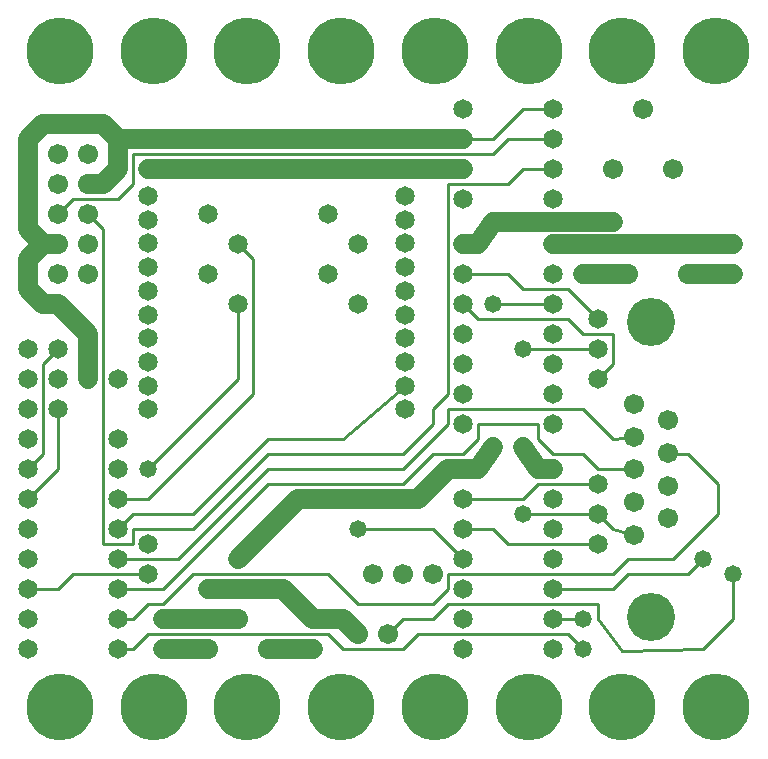
<source format=gbl>
%MOIN*%
%FSLAX25Y25*%
G04 D10 used for Character Trace; *
G04     Circle (OD=.01000) (No hole)*
G04 D11 used for Power Trace; *
G04     Circle (OD=.06500) (No hole)*
G04 D12 used for Signal Trace; *
G04     Circle (OD=.01100) (No hole)*
G04 D13 used for Via; *
G04     Circle (OD=.05800) (Round. Hole ID=.02800)*
G04 D14 used for Component hole; *
G04     Circle (OD=.06500) (Round. Hole ID=.03500)*
G04 D15 used for Component hole; *
G04     Circle (OD=.06700) (Round. Hole ID=.04300)*
G04 D16 used for Component hole; *
G04     Circle (OD=.08100) (Round. Hole ID=.05100)*
G04 D17 used for Component hole; *
G04     Circle (OD=.08900) (Round. Hole ID=.05900)*
G04 D18 used for Component hole; *
G04     Circle (OD=.11300) (Round. Hole ID=.08300)*
G04 D19 used for Component hole; *
G04     Circle (OD=.16000) (Round. Hole ID=.13000)*
G04 D20 used for Component hole; *
G04     Circle (OD=.18300) (Round. Hole ID=.15300)*
G04 D21 used for Component hole; *
G04     Circle (OD=.22291) (Round. Hole ID=.19291)*
%ADD10C,.01000*%
%ADD11C,.06500*%
%ADD12C,.01100*%
%ADD13C,.05800*%
%ADD14C,.06500*%
%ADD15C,.06700*%
%ADD16C,.08100*%
%ADD17C,.08900*%
%ADD18C,.11300*%
%ADD19C,.16000*%
%ADD20C,.18300*%
%ADD21C,.22291*%
%IPPOS*%
%LPD*%
G90*X0Y0D02*D21*X15625Y15625D03*D14*              
X35000Y35000D03*D12*X40000D01*X45000Y40000D01*    
X105000D01*X110000Y35000D01*X130000D01*           
X135000Y40000D01*X185000D01*X190000Y35000D01*D13* 
D03*D14*X180000Y45000D03*D12*X190000D01*D13*D03*  
D12*X195000D02*Y50000D01*X203000Y34400D02*        
X195000Y45000D01*X203000Y34400D02*                
X230000Y35000D01*X240000Y45000D01*Y60000D01*D13*  
D03*X230000Y65000D03*D12*X225000Y60000D01*        
X205000D01*X200000Y55000D01*X180000D01*D14*D03*   
Y65000D03*X195000Y70000D03*D12*X165000D01*        
X160000Y75000D01*X150000D01*D14*D03*Y85000D03*D12*
X170000D01*X175000Y90000D01*X195000D01*D14*D03*   
D12*Y95000D02*X206900D01*D15*D03*Y105900D03*D12*  
X200000Y105000D01*X190000Y115000D01*X145000D01*   
Y110000D01*X130000Y95000D01*X85000D01*            
X55000Y65000D01*X35000D01*D14*D03*D12*            
X30000Y70000D02*X40000D01*X30000D02*Y175000D01*   
X25000Y180000D01*D15*D03*D12*X15000D02*           
X20000Y185000D01*D15*X15000Y180000D03*D12*        
X20000Y185000D02*X35000D01*X40000Y190000D01*      
Y200000D01*X160000D01*X165000Y205000D01*          
X180000D01*D14*D03*D12*X160000D02*                
X170000Y215000D01*X150000Y205000D02*X160000D01*   
D14*X150000D03*D11*X140000D01*D14*D03*D11*        
X65000D01*D13*D03*D11*X35000D01*Y195000D01*       
X30000Y190000D01*X25000D01*D15*D03*               
X15000Y200000D03*X25000D03*X15000Y190000D03*D11*  
X35000Y205000D02*X30000Y210000D01*X10000D01*      
X5000Y205000D01*Y175000D01*X10000Y170000D01*      
X5000Y165000D01*Y155000D01*X10000Y150000D01*      
X15000D01*X25000Y140000D01*Y125000D01*D14*D03*    
X15000Y135000D03*D12*X10000Y130000D01*Y100000D01* 
X5000Y95000D01*D14*D03*D12*Y85000D02*             
X15000Y95000D01*D14*X5000Y85000D03*D12*           
X15000Y95000D02*Y115000D01*D14*D03*               
X5000Y125000D03*Y105000D03*X15000Y125000D03*      
X5000Y115000D03*X35000Y95000D03*Y105000D03*       
Y125000D03*X5000Y135000D03*D12*X35000Y85000D02*   
X45000D01*D14*X35000D03*D12*Y75000D02*            
X40000Y80000D01*D14*X35000Y75000D03*D12*          
X40000Y70000D02*Y75000D01*X60000D01*              
X85000Y100000D01*X130000D01*X140000Y110000D01*    
Y115000D01*X145000Y120000D01*Y190000D01*          
X165000D01*X170000Y195000D01*X180000D01*D14*D03*  
Y185000D03*D13*X200000Y177500D03*D11*X160000D01*  
X155000Y170000D01*X150000D01*D14*D03*Y160000D03*  
D12*X165000D01*X170000Y155000D01*X185000D01*      
X195000Y145000D01*D14*D03*D12*X200000Y130000D02*  
Y140000D01*X195000Y125000D02*X200000Y130000D01*   
D14*X195000Y125000D03*D15*X206900Y116800D03*D14*  
X195000Y135000D03*D12*X170000D01*D13*D03*D14*     
X180000Y130000D03*Y140000D03*Y150000D03*D12*      
X160000D01*D13*D03*D12*X155000Y145000D02*         
X185000D01*X190000Y140000D01*X200000D01*D19*      
X212600Y144200D03*D14*X180000Y160000D03*          
Y120000D03*D15*X205000Y160000D03*D11*X190000D01*  
D14*D03*X180000Y170000D03*D11*X190000D01*D14*D03* 
D11*X215000D01*D15*D03*D11*X240000D01*D14*D03*    
Y160000D03*D11*X225000D01*D15*D03*                
X220000Y195000D03*X200000D03*D12*                 
X175000Y105000D02*Y110000D01*X180000Y100000D02*   
X175000Y105000D01*X180000Y100000D02*X190000D01*   
X195000Y95000D01*D15*X206900Y84100D03*D14*        
X180000Y110000D03*Y95000D03*D11*X175000D01*       
X170000Y102500D01*D14*D03*D12*X155000Y110000D02*  
X175000D01*X155000Y105000D02*Y110000D01*          
X150000Y100000D02*X155000Y105000D01*              
X140000Y100000D02*X150000D01*X130000Y90000D02*    
X140000Y100000D01*X85000Y90000D02*X130000D01*     
X50000Y55000D02*X85000Y90000D01*X35000Y55000D02*  
X50000D01*D14*X35000D03*D12*X40000Y45000D02*      
X45000Y50000D01*X35000Y45000D02*X40000D01*D14*    
X35000D03*D12*X45000Y50000D02*X50000D01*          
X60000Y60000D01*X105000D01*X115000Y50000D01*      
X140000D01*X145000Y55000D01*Y60000D01*X200000D01* 
X205000Y65000D01*X220000D01*X235000Y80000D01*     
Y90000D01*X225000Y100000D01*X218200Y100400D01*D15*
D03*Y111300D03*Y89600D03*Y78700D03*D12*           
X200000Y75000D02*X206900Y73200D01*D15*D03*D12*    
X200000Y75000D02*X195000Y80000D01*D14*D03*D12*    
X170000D01*D13*D03*D14*X180000Y75000D03*Y85000D03*
D11*X150000Y95000D02*X155000D01*D14*X150000D03*   
D11*X145000D01*X135000Y85000D01*X130000D01*D13*   
D03*D11*X95000D01*X75000Y65000D01*D13*D03*        
X65000Y55000D03*D11*X90000D01*X100000Y45000D01*   
D14*D03*D11*X110000D01*X115000Y40000D01*D15*D03*  
X125000D03*D12*X130000Y45000D01*X140000D01*       
X145000Y50000D01*X195000D01*D14*X180000Y35000D03* 
D19*X212600Y45800D03*D21*X171875Y15625D03*        
X203125D03*X234375D03*D14*X150000Y65000D03*D12*   
X140000Y75000D01*X115000D01*D13*D03*D15*          
X130000Y60000D03*X120000D03*X140000D03*D12*       
X60000Y80000D02*X85000Y105000D01*X40000Y80000D02* 
X60000D01*X45000Y85000D02*X80000Y120000D01*       
Y165000D01*X75000Y170000D01*D14*D03*              
X65000Y180000D03*Y160000D03*X75000Y150000D03*D12* 
Y125000D01*X45000Y95000D01*D13*D03*D14*Y115000D03*
Y70000D03*Y122900D03*D12*X15000Y55000D02*         
X20000Y60000D01*X5000Y55000D02*X15000D01*D14*     
X5000D03*Y65000D03*Y45000D03*D12*X20000Y60000D02* 
X45000D01*D14*D03*X50000Y45000D03*D11*X75000D01*  
D15*D03*X85000Y35000D03*D11*X100000D01*D14*D03*   
D21*X78125Y15625D03*X109375D03*D15*               
X65000Y35000D03*D11*X50000D01*D14*D03*D21*        
X46875Y15625D03*D14*X5000Y75000D03*Y35000D03*D12* 
X85000Y105000D02*X110000D01*X130600Y122900D01*D14*
D03*Y130800D03*Y115000D03*Y138700D03*             
X150000Y110000D03*Y120000D03*X130600Y146600D03*   
X150000Y130000D03*Y140000D03*Y150000D03*D12*      
X155000Y145000D01*D14*X130600Y170300D03*          
Y162400D03*Y154500D03*Y178200D03*                 
X115000Y170000D03*Y150000D03*X150000Y185000D03*   
X130600Y186100D03*X160000Y102500D03*D11*          
X155000Y95000D01*D14*X150000Y55000D03*Y45000D03*  
Y35000D03*X105000Y160000D03*D21*X140625Y15625D03* 
D14*X105000Y180000D03*X150000Y195000D03*D11*      
X140000D01*D14*D03*D11*X85000D01*D13*D03*D11*     
X45000D01*D13*D03*D14*Y186100D03*Y178200D03*D15*  
X25000Y170000D03*D14*X45000Y170300D03*D15*        
X15000Y170000D03*D11*X10000D01*D15*               
X15000Y160000D03*X25000D03*D14*X45000Y138700D03*  
Y146600D03*Y154500D03*Y162400D03*Y130800D03*D21*  
X46875Y234375D03*X15625D03*X78125D03*X109375D03*  
X140625D03*D14*X150000Y215000D03*D12*X170000D02*  
X180000D01*D14*D03*D21*X171875Y234375D03*         
X203125D03*D15*X210000Y215000D03*D21*             
X234375Y234375D03*M02*                            

</source>
